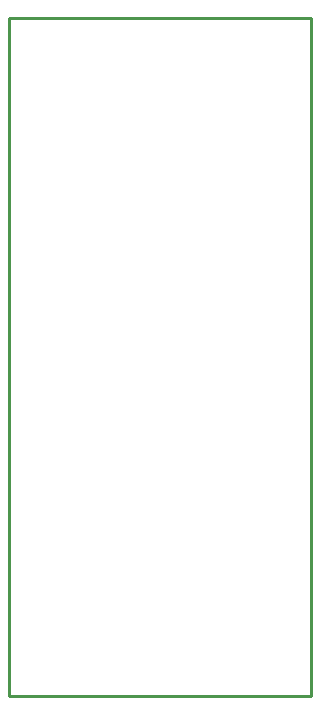
<source format=gko>
G04 Layer: BoardOutline*
G04 EasyEDA v6.4.5, 2020-09-09T10:55:23+00:00*
G04 8b858644916349d4974128f92eca4aae,b97ca10cbf7f413284ca0e80e24dcd20,10*
G04 Gerber Generator version 0.2*
G04 Scale: 100 percent, Rotated: No, Reflected: No *
G04 Dimensions in inches *
G04 leading zeros omitted , absolute positions ,2 integer and 4 decimal *
%FSLAX24Y24*%
%MOIN*%
G90*
G70D02*

%ADD10C,0.010000*%
G54D10*
G01X0Y22600D02*
G01X10050Y22600D01*
G01X10050Y0D01*
G01X0Y0D01*
G01X0Y22600D01*

%LPD*%
M00*
M02*

</source>
